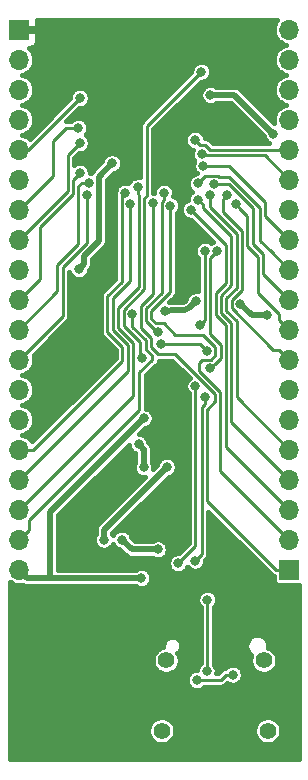
<source format=gbl>
G04 #@! TF.GenerationSoftware,KiCad,Pcbnew,(5.1.4-0-10_14)*
G04 #@! TF.CreationDate,2019-11-09T17:54:15-08:00*
G04 #@! TF.ProjectId,esp32-generic-board,65737033-322d-4676-956e-657269632d62,rev?*
G04 #@! TF.SameCoordinates,Original*
G04 #@! TF.FileFunction,Copper,L2,Bot*
G04 #@! TF.FilePolarity,Positive*
%FSLAX46Y46*%
G04 Gerber Fmt 4.6, Leading zero omitted, Abs format (unit mm)*
G04 Created by KiCad (PCBNEW (5.1.4-0-10_14)) date 2019-11-09 17:54:15*
%MOMM*%
%LPD*%
G04 APERTURE LIST*
%ADD10R,1.700000X1.700000*%
%ADD11O,1.700000X1.700000*%
%ADD12C,1.400000*%
%ADD13C,0.800000*%
%ADD14C,0.508000*%
%ADD15C,0.254000*%
%ADD16C,0.381000*%
G04 APERTURE END LIST*
D10*
X1270000Y-1270000D03*
D11*
X1270000Y-3810000D03*
X1270000Y-6350000D03*
X1270000Y-8890000D03*
X1270000Y-11430000D03*
X1270000Y-13970000D03*
X1270000Y-16510000D03*
X1270000Y-19050000D03*
X1270000Y-21590000D03*
X1270000Y-24130000D03*
X1270000Y-26670000D03*
X1270000Y-29210000D03*
X1270000Y-31750000D03*
X1270000Y-34290000D03*
X1270000Y-36830000D03*
X1270000Y-39370000D03*
X1270000Y-41910000D03*
X1270000Y-44450000D03*
X1270000Y-46990000D03*
D12*
X13713500Y-54675000D03*
X21973500Y-54675000D03*
X22333500Y-60625000D03*
X13353500Y-60625000D03*
D11*
X24130000Y-1270000D03*
X24130000Y-3810000D03*
X24130000Y-6350000D03*
X24130000Y-8890000D03*
X24130000Y-11430000D03*
X24130000Y-13970000D03*
X24130000Y-16510000D03*
X24130000Y-19050000D03*
X24130000Y-21590000D03*
X24130000Y-24130000D03*
X24130000Y-26670000D03*
X24130000Y-29210000D03*
X24130000Y-31750000D03*
X24130000Y-34290000D03*
X24130000Y-36830000D03*
X24130000Y-39370000D03*
X24130000Y-41910000D03*
X24130000Y-44450000D03*
D10*
X24130000Y-46990000D03*
D13*
X8445500Y-44450000D03*
X13779500Y-38290500D03*
X6350000Y-21526500D03*
X9144000Y-12573000D03*
X17462500Y-6794500D03*
X22797185Y-10096566D03*
X22225000Y-25463500D03*
X20002500Y-24511000D03*
X16256000Y-24257000D03*
X13589000Y-25082500D03*
X19367500Y-55880000D03*
X16319500Y-56324500D03*
X11620500Y-47688500D03*
X11811000Y-34163000D03*
X11811000Y-34163000D03*
X3365500Y-32829500D03*
X6096000Y-25654000D03*
X6413500Y-7048500D03*
X6286500Y-9588500D03*
X6413500Y-10858500D03*
X6413500Y-13398500D03*
X7154227Y-14206931D03*
X7026171Y-15250181D03*
X10252010Y-15073367D03*
X10706021Y-16050219D03*
X11303000Y-14605000D03*
X16700500Y-4826000D03*
X16161002Y-10603599D03*
X13538331Y-15095004D03*
X13018705Y-26854012D03*
X16733804Y-11786972D03*
X16863862Y-12778490D03*
X16383000Y-14287500D03*
X17743115Y-14357577D03*
X19599996Y-16024779D03*
X18910711Y-15297769D03*
X17413142Y-15301580D03*
X16413160Y-15651160D03*
X15811500Y-16510000D03*
X14090511Y-16165830D03*
X12614043Y-15938500D03*
X13017500Y-45275500D03*
X9969500Y-44450000D03*
X11807213Y-38321630D03*
X11385176Y-36341427D03*
X14973300Y-23863300D03*
X9283491Y-28575000D03*
X12672190Y-30152210D03*
X10845966Y-25365629D03*
X14738489Y-46438963D03*
X17208500Y-49530000D03*
X17145000Y-55597490D03*
X16192500Y-46228000D03*
X16989490Y-32387127D03*
X16188974Y-31444654D03*
X17145470Y-28496849D03*
X13249064Y-27900410D03*
X17452980Y-29950861D03*
X18056435Y-20004576D03*
X16573500Y-26289000D03*
X17018000Y-20002500D03*
X11645525Y-29058526D03*
D14*
X8445500Y-43624500D02*
X13779500Y-38290500D01*
X8445500Y-44450000D02*
X8445500Y-43624500D01*
X8008228Y-13708772D02*
X9144000Y-12573000D01*
X8008228Y-19172148D02*
X8008228Y-13708772D01*
X19495119Y-6794500D02*
X22797185Y-10096566D01*
X17462500Y-6794500D02*
X19495119Y-6794500D01*
X6749999Y-20430377D02*
X8008228Y-19172148D01*
X6749999Y-21126501D02*
X6749999Y-20430377D01*
X6350000Y-21526500D02*
X6749999Y-21126501D01*
X20955000Y-25463500D02*
X20002500Y-24511000D01*
X22225000Y-25463500D02*
X20955000Y-25463500D01*
X13589000Y-25082500D02*
X13589000Y-25082500D01*
X14478000Y-25019000D02*
X13620750Y-25050750D01*
X15240000Y-24980900D02*
X14478000Y-25019000D01*
X15659100Y-24866600D02*
X15240000Y-24980900D01*
X13620750Y-25050750D02*
X13589000Y-25082500D01*
X16256000Y-24257000D02*
X15659100Y-24866600D01*
D15*
X18357315Y-56324500D02*
X16319500Y-56324500D01*
X18801815Y-55880000D02*
X18357315Y-56324500D01*
X19367500Y-55880000D02*
X18801815Y-55880000D01*
D14*
X1968500Y-47688500D02*
X1270000Y-46990000D01*
X11620500Y-47688500D02*
X3873500Y-47688500D01*
X3873500Y-42100500D02*
X11811000Y-34163000D01*
X3873500Y-47688500D02*
X3873500Y-42100500D01*
X3873500Y-47688500D02*
X1968500Y-47688500D01*
X3765499Y-32429501D02*
X3765499Y-27984501D01*
X3365500Y-32829500D02*
X3765499Y-32429501D01*
X3765499Y-27984501D02*
X6096000Y-25654000D01*
X6096000Y-25654000D02*
X6495999Y-25254001D01*
X9398009Y-22351991D02*
X6096000Y-25654000D01*
X10096500Y-13964955D02*
X9398009Y-14663446D01*
X9398009Y-14663446D02*
X9398009Y-22351991D01*
D15*
X2032000Y-11430000D02*
X1270000Y-11430000D01*
X6413500Y-7048500D02*
X2032000Y-11430000D01*
X6286500Y-9588500D02*
X5270500Y-9588500D01*
X5270500Y-9588500D02*
X4127500Y-10731500D01*
X4127500Y-13652500D02*
X1270000Y-16510000D01*
X4127500Y-10731500D02*
X4127500Y-13652500D01*
X2119999Y-18200001D02*
X1270000Y-19050000D01*
X5391148Y-11880852D02*
X5391148Y-14928852D01*
X6413500Y-10858500D02*
X5391148Y-11880852D01*
X5391148Y-14928852D02*
X2119999Y-18200001D01*
X5845159Y-13966841D02*
X5845159Y-15157663D01*
X3048000Y-22352000D02*
X2119999Y-23280001D01*
X5845159Y-15157663D02*
X3048000Y-17954822D01*
X3048000Y-17954822D02*
X3048000Y-22352000D01*
X6413500Y-13398500D02*
X5845159Y-13966841D01*
X2119999Y-23280001D02*
X1270000Y-24130000D01*
X4514537Y-21202099D02*
X6299170Y-19417466D01*
X4514537Y-23425463D02*
X4514537Y-21202099D01*
X6299170Y-19417466D02*
X6299170Y-14496303D01*
X6588542Y-14206931D02*
X7154227Y-14206931D01*
X1270000Y-26670000D02*
X4514537Y-23425463D01*
X6299170Y-14496303D02*
X6588542Y-14206931D01*
X4968548Y-21390156D02*
X7026171Y-19332533D01*
X4968548Y-25511452D02*
X4968548Y-21390156D01*
X1270000Y-29210000D02*
X4968548Y-25511452D01*
X7026171Y-19332533D02*
X7026171Y-15815866D01*
X7026171Y-15815866D02*
X7026171Y-15250181D01*
X12026987Y-24862981D02*
X12026987Y-25937019D01*
X13363510Y-23526458D02*
X12026987Y-24862981D01*
X13363510Y-15835510D02*
X13363510Y-23526458D01*
X13538331Y-15095004D02*
X13538331Y-15660689D01*
X12026987Y-25937019D02*
X12943980Y-26854012D01*
X12943980Y-26854012D02*
X13018705Y-26854012D01*
X13538331Y-15660689D02*
X13363510Y-15835510D01*
X16561001Y-11003598D02*
X16161002Y-10603599D01*
X16991182Y-11003598D02*
X16561001Y-11003598D01*
X17417584Y-11430000D02*
X16991182Y-11003598D01*
X24130000Y-11430000D02*
X17417584Y-11430000D01*
X16838651Y-11891819D02*
X16733804Y-11786972D01*
X24130000Y-13970000D02*
X22051819Y-11891819D01*
X22051819Y-11891819D02*
X16838651Y-11891819D01*
X22126532Y-15882328D02*
X19022694Y-12778490D01*
X24130000Y-19050000D02*
X22126532Y-17046532D01*
X17429547Y-12778490D02*
X16863862Y-12778490D01*
X22126532Y-17046532D02*
X22126532Y-15882328D01*
X19022694Y-12778490D02*
X17429547Y-12778490D01*
D14*
X10795000Y-45275500D02*
X9969500Y-44450000D01*
X13017500Y-45275500D02*
X10795000Y-45275500D01*
X11807213Y-38321630D02*
X11807213Y-36763464D01*
X11807213Y-36763464D02*
X11785175Y-36741426D01*
X11785175Y-36741426D02*
X11385176Y-36341427D01*
X9017000Y-28575000D02*
X9283491Y-28575000D01*
X6096000Y-25654000D02*
X9017000Y-28575000D01*
D15*
X2472081Y-36830000D02*
X10010501Y-29291580D01*
X9979011Y-15346366D02*
X10252010Y-15073367D01*
X10010501Y-28132112D02*
X8756932Y-26878543D01*
X10010501Y-29291580D02*
X10010501Y-28132112D01*
X1270000Y-36830000D02*
X2472081Y-36830000D01*
X8756932Y-26878543D02*
X8756933Y-23814740D01*
X8756933Y-23814740D02*
X9979011Y-22592662D01*
X9979011Y-22592662D02*
X9979011Y-15346366D01*
X1270000Y-39370000D02*
X10464512Y-30175488D01*
X10706021Y-22507720D02*
X10706021Y-16615904D01*
X10706021Y-16615904D02*
X10706021Y-16050219D01*
X10464512Y-30175488D02*
X10464512Y-27944055D01*
X9210943Y-26690486D02*
X9210943Y-24002798D01*
X9210943Y-24002798D02*
X10706021Y-22507720D01*
X10464512Y-27944055D02*
X9210943Y-26690486D01*
X11433022Y-15300707D02*
X11433022Y-23060541D01*
X9664953Y-24828610D02*
X9664954Y-26502429D01*
X11303000Y-14605000D02*
X11303000Y-15170685D01*
X11303000Y-15170685D02*
X11433022Y-15300707D01*
X10918523Y-32261477D02*
X2119999Y-41060001D01*
X11433022Y-23060541D02*
X9664953Y-24828610D01*
X2119999Y-41060001D02*
X1270000Y-41910000D01*
X9664954Y-26502429D02*
X10918523Y-27755998D01*
X10918523Y-27755998D02*
X10918523Y-32261477D01*
X2119999Y-42778037D02*
X2119999Y-43600001D01*
X11457168Y-33440868D02*
X2119999Y-42778037D01*
X11457168Y-30275032D02*
X11457168Y-33440868D01*
X12004544Y-28341574D02*
X12558999Y-28896029D01*
X2119999Y-43600001D02*
X1270000Y-44450000D01*
X12508199Y-29224001D02*
X11457168Y-30275032D01*
X12004544Y-27557883D02*
X12004544Y-28341574D01*
X12558999Y-28896029D02*
X12558999Y-29224001D01*
X10845966Y-26399305D02*
X12004544Y-27557883D01*
X12558999Y-29224001D02*
X12508199Y-29224001D01*
X10845966Y-25365629D02*
X10845966Y-26399305D01*
X19025223Y-13731976D02*
X21637552Y-16344305D01*
X18193476Y-13731976D02*
X19025223Y-13731976D01*
X21637552Y-17640590D02*
X21653500Y-19177000D01*
X16383000Y-14287500D02*
X17039924Y-13630576D01*
X22571001Y-20031001D02*
X24130000Y-21590000D01*
X21653500Y-19177000D02*
X22571001Y-20031001D01*
X18092076Y-13630576D02*
X18193476Y-13731976D01*
X21637552Y-16344305D02*
X21637552Y-17640590D01*
X17039924Y-13630576D02*
X18092076Y-13630576D01*
X24130000Y-24130000D02*
X21945542Y-21945542D01*
X21945542Y-21945542D02*
X21945542Y-20291004D01*
X21053499Y-19398961D02*
X21053499Y-16402320D01*
X21945542Y-20291004D02*
X21053499Y-19398961D01*
X21053499Y-16402320D02*
X19008756Y-14357577D01*
X19008756Y-14357577D02*
X18308800Y-14357577D01*
X18308800Y-14357577D02*
X17743115Y-14357577D01*
X20599488Y-19587018D02*
X20599488Y-17024271D01*
X23280001Y-25379039D02*
X21491531Y-23590569D01*
X21491531Y-20479061D02*
X20599488Y-19587018D01*
X23280001Y-25820001D02*
X23280001Y-25379039D01*
X24130000Y-26670000D02*
X23280001Y-25820001D01*
X21491531Y-23590569D02*
X21491531Y-20479061D01*
X19999995Y-16424778D02*
X19599996Y-16024779D01*
X20599488Y-17024271D02*
X19999995Y-16424778D01*
X24130000Y-29210000D02*
X23280001Y-28360001D01*
X20145478Y-18346275D02*
X18510712Y-16711507D01*
X23280001Y-28360001D02*
X22775537Y-28360001D01*
X18510712Y-16711507D02*
X18510712Y-15697768D01*
X20145478Y-23292058D02*
X20145478Y-18346275D01*
X19275498Y-24859962D02*
X19275498Y-24162038D01*
X18510712Y-15697768D02*
X18910711Y-15297769D01*
X19275498Y-24162038D02*
X20145478Y-23292058D01*
X22775537Y-28360001D02*
X19275498Y-24859962D01*
X24130000Y-36830000D02*
X19691467Y-32391467D01*
X19691467Y-25917999D02*
X18821487Y-25048019D01*
X19691467Y-23104001D02*
X19691467Y-18534332D01*
X19691467Y-18534332D02*
X17413142Y-16256007D01*
X17413142Y-15867265D02*
X17413142Y-15301580D01*
X17413142Y-16256007D02*
X17413142Y-15867265D01*
X19691467Y-32391467D02*
X19691467Y-25917999D01*
X18821487Y-25048019D02*
X18821488Y-23973980D01*
X18821488Y-23973980D02*
X19691467Y-23104001D01*
X18367478Y-23785924D02*
X18367477Y-25236077D01*
X18367477Y-25236077D02*
X19237456Y-26106058D01*
X16813159Y-16051159D02*
X16813159Y-16326278D01*
X19237456Y-26106058D02*
X19237456Y-34477456D01*
X16413160Y-15651160D02*
X16813159Y-16051159D01*
X19237456Y-34477456D02*
X23280001Y-38520001D01*
X16813159Y-16326278D02*
X19237456Y-18750575D01*
X19237456Y-18750575D02*
X19237456Y-22915944D01*
X19237456Y-22915944D02*
X18367478Y-23785924D01*
X23280001Y-38520001D02*
X24130000Y-39370000D01*
X17913468Y-23597868D02*
X17913467Y-25424134D01*
X18783445Y-26294114D02*
X18783445Y-36563445D01*
X17913467Y-25424134D02*
X18783445Y-26294114D01*
X23280001Y-41060001D02*
X24130000Y-41910000D01*
X18783445Y-19481945D02*
X18783445Y-22727889D01*
X15811500Y-16510000D02*
X18783445Y-19481945D01*
X18783445Y-22727889D02*
X17913468Y-23597868D01*
X18783445Y-36563445D02*
X23280001Y-41060001D01*
X16796508Y-29223851D02*
X17494432Y-29223851D01*
X12480998Y-25748962D02*
X12480998Y-25051038D01*
X12859038Y-26127002D02*
X12480998Y-25748962D01*
X12480998Y-25051038D02*
X14090511Y-23441525D01*
X17872472Y-28845811D02*
X17872472Y-28147887D01*
X14509461Y-27079501D02*
X13556962Y-26127002D01*
X14090511Y-23441525D02*
X14090511Y-16731515D01*
X16544998Y-29475361D02*
X16796508Y-29223851D01*
X17872472Y-28147887D02*
X16804086Y-27079501D01*
X16544998Y-30130462D02*
X16544998Y-29475361D01*
X18326013Y-31911477D02*
X16544998Y-30130462D01*
X13556962Y-26127002D02*
X12859038Y-26127002D01*
X18326013Y-38646013D02*
X18326013Y-31911477D01*
X24130000Y-44450000D02*
X18326013Y-38646013D01*
X14090511Y-16731515D02*
X14090511Y-16165830D01*
X16804086Y-27079501D02*
X14509461Y-27079501D01*
X17494432Y-29223851D02*
X17872472Y-28845811D01*
X12614043Y-23633857D02*
X12614043Y-16504185D01*
X17178923Y-33427041D02*
X17872002Y-32733962D01*
X24130000Y-46990000D02*
X23026000Y-46990000D01*
X14480439Y-28707971D02*
X13013009Y-28707971D01*
X12614043Y-16504185D02*
X12614043Y-15938500D01*
X11572976Y-24674924D02*
X12614043Y-23633857D01*
X11572976Y-26484247D02*
X11572976Y-24674924D01*
X23026000Y-46990000D02*
X17178923Y-41142923D01*
X17872002Y-32099534D02*
X14480439Y-28707971D01*
X12458555Y-27369826D02*
X11572976Y-26484247D01*
X13013009Y-28707971D02*
X12458555Y-28153517D01*
X17872002Y-32733962D02*
X17872002Y-32099534D01*
X12458555Y-28153517D02*
X12458555Y-27369826D01*
X17178923Y-41142923D02*
X17178923Y-33427041D01*
X17208500Y-55533990D02*
X17145000Y-55597490D01*
X17208500Y-49530000D02*
X17208500Y-55533990D01*
X16724912Y-33217390D02*
X16989490Y-32952812D01*
X16192500Y-46228000D02*
X16724912Y-45695588D01*
X16724912Y-45695588D02*
X16724912Y-33217390D01*
X16989490Y-32952812D02*
X16989490Y-32387127D01*
X16188974Y-32010339D02*
X16188974Y-31444654D01*
X14738489Y-46438963D02*
X16188974Y-44988478D01*
X16188974Y-44988478D02*
X16188974Y-32010339D01*
X17145470Y-28496849D02*
X16549031Y-27900410D01*
X16549031Y-27900410D02*
X13814749Y-27900410D01*
X13814749Y-27900410D02*
X13249064Y-27900410D01*
X17459457Y-27058751D02*
X18326483Y-27925777D01*
X17459457Y-20601554D02*
X17459457Y-27058751D01*
X18056435Y-20004576D02*
X17459457Y-20601554D01*
X17852979Y-29550862D02*
X17452980Y-29950861D01*
X18326483Y-29077358D02*
X17852979Y-29550862D01*
X18326483Y-27925777D02*
X18326483Y-29077358D01*
X16987183Y-20033317D02*
X17018000Y-20002500D01*
X16573500Y-26289000D02*
X16987183Y-25875317D01*
X16987183Y-25875317D02*
X16987183Y-20033317D01*
X11887033Y-15513201D02*
X11887033Y-23248598D01*
X12065000Y-9461500D02*
X12065000Y-15335234D01*
X10118964Y-25016667D02*
X10118964Y-26314371D01*
X16700500Y-4826000D02*
X12065000Y-9461500D01*
X11887033Y-23248598D02*
X10118964Y-25016667D01*
X11550533Y-27745940D02*
X11550533Y-28963534D01*
X11550533Y-28963534D02*
X11645525Y-29058526D01*
X10118964Y-26314371D02*
X11550533Y-27745940D01*
X12065000Y-15335234D02*
X11887033Y-15513201D01*
D16*
G36*
X15711959Y-30747714D02*
G01*
X15650637Y-30788688D01*
X15533008Y-30906317D01*
X15440588Y-31044633D01*
X15376928Y-31198322D01*
X15344474Y-31361478D01*
X15344474Y-31527830D01*
X15376928Y-31690986D01*
X15440588Y-31844675D01*
X15533008Y-31982991D01*
X15617475Y-32067458D01*
X15617474Y-44751755D01*
X14774767Y-45594463D01*
X14655313Y-45594463D01*
X14492157Y-45626917D01*
X14338468Y-45690577D01*
X14200152Y-45782997D01*
X14082523Y-45900626D01*
X13990103Y-46038942D01*
X13926443Y-46192631D01*
X13893989Y-46355787D01*
X13893989Y-46522139D01*
X13926443Y-46685295D01*
X13990103Y-46838984D01*
X14082523Y-46977300D01*
X14200152Y-47094929D01*
X14338468Y-47187349D01*
X14492157Y-47251009D01*
X14655313Y-47283463D01*
X14821665Y-47283463D01*
X14984821Y-47251009D01*
X15138510Y-47187349D01*
X15276826Y-47094929D01*
X15394455Y-46977300D01*
X15486875Y-46838984D01*
X15524455Y-46748259D01*
X15536534Y-46766337D01*
X15654163Y-46883966D01*
X15792479Y-46976386D01*
X15946168Y-47040046D01*
X16109324Y-47072500D01*
X16275676Y-47072500D01*
X16438832Y-47040046D01*
X16592521Y-46976386D01*
X16730837Y-46883966D01*
X16848466Y-46766337D01*
X16940886Y-46628021D01*
X17004546Y-46474332D01*
X17037000Y-46311176D01*
X17037000Y-46191723D01*
X17109170Y-46119553D01*
X17130979Y-46101655D01*
X17202396Y-46014633D01*
X17255464Y-45915350D01*
X17288143Y-45807622D01*
X17296412Y-45723662D01*
X17296412Y-45723661D01*
X17299177Y-45695589D01*
X17296412Y-45667517D01*
X17296412Y-42068634D01*
X22602034Y-47374257D01*
X22619933Y-47396067D01*
X22697413Y-47459653D01*
X22706955Y-47467484D01*
X22806238Y-47520552D01*
X22833350Y-47528776D01*
X22833350Y-47840000D01*
X22841932Y-47927137D01*
X22867349Y-48010926D01*
X22908624Y-48088145D01*
X22964171Y-48155829D01*
X23031855Y-48211376D01*
X23109074Y-48252651D01*
X23192863Y-48278068D01*
X23280000Y-48286650D01*
X24930501Y-48286650D01*
X24930501Y-63030500D01*
X469500Y-63030500D01*
X469500Y-60512277D01*
X12209000Y-60512277D01*
X12209000Y-60737723D01*
X12252982Y-60958838D01*
X12339257Y-61167124D01*
X12464509Y-61354576D01*
X12623924Y-61513991D01*
X12811376Y-61639243D01*
X13019662Y-61725518D01*
X13240777Y-61769500D01*
X13466223Y-61769500D01*
X13687338Y-61725518D01*
X13895624Y-61639243D01*
X14083076Y-61513991D01*
X14242491Y-61354576D01*
X14367743Y-61167124D01*
X14454018Y-60958838D01*
X14498000Y-60737723D01*
X14498000Y-60512277D01*
X21189000Y-60512277D01*
X21189000Y-60737723D01*
X21232982Y-60958838D01*
X21319257Y-61167124D01*
X21444509Y-61354576D01*
X21603924Y-61513991D01*
X21791376Y-61639243D01*
X21999662Y-61725518D01*
X22220777Y-61769500D01*
X22446223Y-61769500D01*
X22667338Y-61725518D01*
X22875624Y-61639243D01*
X23063076Y-61513991D01*
X23222491Y-61354576D01*
X23347743Y-61167124D01*
X23434018Y-60958838D01*
X23478000Y-60737723D01*
X23478000Y-60512277D01*
X23434018Y-60291162D01*
X23347743Y-60082876D01*
X23222491Y-59895424D01*
X23063076Y-59736009D01*
X22875624Y-59610757D01*
X22667338Y-59524482D01*
X22446223Y-59480500D01*
X22220777Y-59480500D01*
X21999662Y-59524482D01*
X21791376Y-59610757D01*
X21603924Y-59736009D01*
X21444509Y-59895424D01*
X21319257Y-60082876D01*
X21232982Y-60291162D01*
X21189000Y-60512277D01*
X14498000Y-60512277D01*
X14454018Y-60291162D01*
X14367743Y-60082876D01*
X14242491Y-59895424D01*
X14083076Y-59736009D01*
X13895624Y-59610757D01*
X13687338Y-59524482D01*
X13466223Y-59480500D01*
X13240777Y-59480500D01*
X13019662Y-59524482D01*
X12811376Y-59610757D01*
X12623924Y-59736009D01*
X12464509Y-59895424D01*
X12339257Y-60082876D01*
X12252982Y-60291162D01*
X12209000Y-60512277D01*
X469500Y-60512277D01*
X469500Y-56241324D01*
X15475000Y-56241324D01*
X15475000Y-56407676D01*
X15507454Y-56570832D01*
X15571114Y-56724521D01*
X15663534Y-56862837D01*
X15781163Y-56980466D01*
X15919479Y-57072886D01*
X16073168Y-57136546D01*
X16236324Y-57169000D01*
X16402676Y-57169000D01*
X16565832Y-57136546D01*
X16719521Y-57072886D01*
X16857837Y-56980466D01*
X16942303Y-56896000D01*
X18329241Y-56896000D01*
X18357315Y-56898765D01*
X18385389Y-56896000D01*
X18469349Y-56887731D01*
X18577077Y-56855052D01*
X18676360Y-56801984D01*
X18763382Y-56730567D01*
X18781285Y-56708752D01*
X18904040Y-56585997D01*
X18967479Y-56628386D01*
X19121168Y-56692046D01*
X19284324Y-56724500D01*
X19450676Y-56724500D01*
X19613832Y-56692046D01*
X19767521Y-56628386D01*
X19905837Y-56535966D01*
X20023466Y-56418337D01*
X20115886Y-56280021D01*
X20179546Y-56126332D01*
X20212000Y-55963176D01*
X20212000Y-55796824D01*
X20179546Y-55633668D01*
X20115886Y-55479979D01*
X20023466Y-55341663D01*
X19905837Y-55224034D01*
X19767521Y-55131614D01*
X19613832Y-55067954D01*
X19450676Y-55035500D01*
X19284324Y-55035500D01*
X19121168Y-55067954D01*
X18967479Y-55131614D01*
X18829163Y-55224034D01*
X18741524Y-55311673D01*
X18689781Y-55316769D01*
X18582053Y-55349448D01*
X18482770Y-55402516D01*
X18395748Y-55473933D01*
X18377849Y-55495743D01*
X18120593Y-55753000D01*
X17975112Y-55753000D01*
X17989500Y-55680666D01*
X17989500Y-55514314D01*
X17957046Y-55351158D01*
X17893386Y-55197469D01*
X17800966Y-55059153D01*
X17780000Y-55038187D01*
X17780000Y-53334437D01*
X20524000Y-53334437D01*
X20524000Y-53515563D01*
X20559336Y-53693208D01*
X20628650Y-53860547D01*
X20729278Y-54011147D01*
X20857353Y-54139222D01*
X20935108Y-54191176D01*
X20872982Y-54341162D01*
X20829000Y-54562277D01*
X20829000Y-54787723D01*
X20872982Y-55008838D01*
X20959257Y-55217124D01*
X21084509Y-55404576D01*
X21243924Y-55563991D01*
X21431376Y-55689243D01*
X21639662Y-55775518D01*
X21860777Y-55819500D01*
X22086223Y-55819500D01*
X22307338Y-55775518D01*
X22515624Y-55689243D01*
X22703076Y-55563991D01*
X22862491Y-55404576D01*
X22987743Y-55217124D01*
X23074018Y-55008838D01*
X23118000Y-54787723D01*
X23118000Y-54562277D01*
X23074018Y-54341162D01*
X22987743Y-54132876D01*
X22862491Y-53945424D01*
X22703076Y-53786009D01*
X22515624Y-53660757D01*
X22347935Y-53591298D01*
X22363000Y-53515563D01*
X22363000Y-53334437D01*
X22327664Y-53156792D01*
X22258350Y-52989453D01*
X22157722Y-52838853D01*
X22029647Y-52710778D01*
X21879047Y-52610150D01*
X21711708Y-52540836D01*
X21534063Y-52505500D01*
X21352937Y-52505500D01*
X21175292Y-52540836D01*
X21007953Y-52610150D01*
X20857353Y-52710778D01*
X20729278Y-52838853D01*
X20628650Y-52989453D01*
X20559336Y-53156792D01*
X20524000Y-53334437D01*
X17780000Y-53334437D01*
X17780000Y-50152803D01*
X17864466Y-50068337D01*
X17956886Y-49930021D01*
X18020546Y-49776332D01*
X18053000Y-49613176D01*
X18053000Y-49446824D01*
X18020546Y-49283668D01*
X17956886Y-49129979D01*
X17864466Y-48991663D01*
X17746837Y-48874034D01*
X17608521Y-48781614D01*
X17454832Y-48717954D01*
X17291676Y-48685500D01*
X17125324Y-48685500D01*
X16962168Y-48717954D01*
X16808479Y-48781614D01*
X16670163Y-48874034D01*
X16552534Y-48991663D01*
X16460114Y-49129979D01*
X16396454Y-49283668D01*
X16364000Y-49446824D01*
X16364000Y-49613176D01*
X16396454Y-49776332D01*
X16460114Y-49930021D01*
X16552534Y-50068337D01*
X16637000Y-50152803D01*
X16637001Y-54921253D01*
X16606663Y-54941524D01*
X16489034Y-55059153D01*
X16396614Y-55197469D01*
X16332954Y-55351158D01*
X16307326Y-55480000D01*
X16236324Y-55480000D01*
X16073168Y-55512454D01*
X15919479Y-55576114D01*
X15781163Y-55668534D01*
X15663534Y-55786163D01*
X15571114Y-55924479D01*
X15507454Y-56078168D01*
X15475000Y-56241324D01*
X469500Y-56241324D01*
X469500Y-54562277D01*
X12569000Y-54562277D01*
X12569000Y-54787723D01*
X12612982Y-55008838D01*
X12699257Y-55217124D01*
X12824509Y-55404576D01*
X12983924Y-55563991D01*
X13171376Y-55689243D01*
X13379662Y-55775518D01*
X13600777Y-55819500D01*
X13826223Y-55819500D01*
X14047338Y-55775518D01*
X14255624Y-55689243D01*
X14443076Y-55563991D01*
X14602491Y-55404576D01*
X14727743Y-55217124D01*
X14814018Y-55008838D01*
X14858000Y-54787723D01*
X14858000Y-54562277D01*
X14814018Y-54341162D01*
X14727743Y-54132876D01*
X14678792Y-54059616D01*
X14734027Y-54022709D01*
X14841209Y-53915527D01*
X14925422Y-53789495D01*
X14983428Y-53649455D01*
X15013000Y-53500789D01*
X15013000Y-53349211D01*
X14983428Y-53200545D01*
X14925422Y-53060505D01*
X14841209Y-52934473D01*
X14734027Y-52827291D01*
X14607995Y-52743078D01*
X14467955Y-52685072D01*
X14319289Y-52655500D01*
X14167711Y-52655500D01*
X14019045Y-52685072D01*
X13879005Y-52743078D01*
X13752973Y-52827291D01*
X13645791Y-52934473D01*
X13561578Y-53060505D01*
X13503572Y-53200545D01*
X13474000Y-53349211D01*
X13474000Y-53500789D01*
X13484510Y-53553627D01*
X13379662Y-53574482D01*
X13171376Y-53660757D01*
X12983924Y-53786009D01*
X12824509Y-53945424D01*
X12699257Y-54132876D01*
X12612982Y-54341162D01*
X12569000Y-54562277D01*
X469500Y-54562277D01*
X469500Y-48007667D01*
X547335Y-48071545D01*
X772220Y-48191748D01*
X1016234Y-48265769D01*
X1206411Y-48284500D01*
X1333589Y-48284500D01*
X1523766Y-48265769D01*
X1558145Y-48255340D01*
X1578556Y-48272091D01*
X1699901Y-48336951D01*
X1699903Y-48336952D01*
X1831570Y-48376893D01*
X1934191Y-48387000D01*
X1934201Y-48387000D01*
X1968499Y-48390378D01*
X2002797Y-48387000D01*
X3839191Y-48387000D01*
X3873500Y-48390379D01*
X3907808Y-48387000D01*
X11145819Y-48387000D01*
X11220479Y-48436886D01*
X11374168Y-48500546D01*
X11537324Y-48533000D01*
X11703676Y-48533000D01*
X11866832Y-48500546D01*
X12020521Y-48436886D01*
X12158837Y-48344466D01*
X12276466Y-48226837D01*
X12368886Y-48088521D01*
X12432546Y-47934832D01*
X12465000Y-47771676D01*
X12465000Y-47605324D01*
X12432546Y-47442168D01*
X12368886Y-47288479D01*
X12276466Y-47150163D01*
X12158837Y-47032534D01*
X12020521Y-46940114D01*
X11866832Y-46876454D01*
X11703676Y-46844000D01*
X11537324Y-46844000D01*
X11374168Y-46876454D01*
X11220479Y-46940114D01*
X11145819Y-46990000D01*
X4572000Y-46990000D01*
X4572000Y-42389827D01*
X10540676Y-36421153D01*
X10540676Y-36424603D01*
X10573130Y-36587759D01*
X10636790Y-36741448D01*
X10729210Y-36879764D01*
X10846839Y-36997393D01*
X10985155Y-37089813D01*
X11108714Y-37140993D01*
X11108713Y-37846949D01*
X11058827Y-37921609D01*
X10995167Y-38075298D01*
X10962713Y-38238454D01*
X10962713Y-38404806D01*
X10995167Y-38567962D01*
X11058827Y-38721651D01*
X11151247Y-38859967D01*
X11268876Y-38977596D01*
X11407192Y-39070016D01*
X11560881Y-39133676D01*
X11724037Y-39166130D01*
X11890389Y-39166130D01*
X11922411Y-39159760D01*
X7975844Y-43106329D01*
X7949198Y-43128197D01*
X7927330Y-43154843D01*
X7927326Y-43154847D01*
X7861909Y-43234557D01*
X7797049Y-43355902D01*
X7797049Y-43355903D01*
X7757108Y-43487570D01*
X7747000Y-43590191D01*
X7747000Y-43590202D01*
X7743622Y-43624500D01*
X7747000Y-43658798D01*
X7747000Y-43975319D01*
X7697114Y-44049979D01*
X7633454Y-44203668D01*
X7601000Y-44366824D01*
X7601000Y-44533176D01*
X7633454Y-44696332D01*
X7697114Y-44850021D01*
X7789534Y-44988337D01*
X7907163Y-45105966D01*
X8045479Y-45198386D01*
X8199168Y-45262046D01*
X8362324Y-45294500D01*
X8528676Y-45294500D01*
X8691832Y-45262046D01*
X8845521Y-45198386D01*
X8983837Y-45105966D01*
X9101466Y-44988337D01*
X9193886Y-44850021D01*
X9207500Y-44817154D01*
X9221114Y-44850021D01*
X9313534Y-44988337D01*
X9431163Y-45105966D01*
X9569479Y-45198386D01*
X9723168Y-45262046D01*
X9811236Y-45279564D01*
X10276833Y-45745162D01*
X10298697Y-45771803D01*
X10325337Y-45793666D01*
X10325345Y-45793674D01*
X10405056Y-45859091D01*
X10510308Y-45915349D01*
X10526403Y-45923952D01*
X10658070Y-45963893D01*
X10760691Y-45974000D01*
X10760701Y-45974000D01*
X10794999Y-45977378D01*
X10829297Y-45974000D01*
X12542819Y-45974000D01*
X12617479Y-46023886D01*
X12771168Y-46087546D01*
X12934324Y-46120000D01*
X13100676Y-46120000D01*
X13263832Y-46087546D01*
X13417521Y-46023886D01*
X13555837Y-45931466D01*
X13673466Y-45813837D01*
X13765886Y-45675521D01*
X13829546Y-45521832D01*
X13862000Y-45358676D01*
X13862000Y-45192324D01*
X13829546Y-45029168D01*
X13765886Y-44875479D01*
X13673466Y-44737163D01*
X13555837Y-44619534D01*
X13417521Y-44527114D01*
X13263832Y-44463454D01*
X13100676Y-44431000D01*
X12934324Y-44431000D01*
X12771168Y-44463454D01*
X12617479Y-44527114D01*
X12542819Y-44577000D01*
X11084328Y-44577000D01*
X10799064Y-44291736D01*
X10781546Y-44203668D01*
X10717886Y-44049979D01*
X10625466Y-43911663D01*
X10507837Y-43794034D01*
X10369521Y-43701614D01*
X10215832Y-43637954D01*
X10052676Y-43605500D01*
X9886324Y-43605500D01*
X9723168Y-43637954D01*
X9569479Y-43701614D01*
X9431163Y-43794034D01*
X9313534Y-43911663D01*
X9221114Y-44049979D01*
X9207500Y-44082846D01*
X9193886Y-44049979D01*
X9144000Y-43975319D01*
X9144000Y-43913827D01*
X13937765Y-39120064D01*
X14025832Y-39102546D01*
X14179521Y-39038886D01*
X14317837Y-38946466D01*
X14435466Y-38828837D01*
X14527886Y-38690521D01*
X14591546Y-38536832D01*
X14624000Y-38373676D01*
X14624000Y-38207324D01*
X14591546Y-38044168D01*
X14527886Y-37890479D01*
X14435466Y-37752163D01*
X14317837Y-37634534D01*
X14179521Y-37542114D01*
X14025832Y-37478454D01*
X13862676Y-37446000D01*
X13696324Y-37446000D01*
X13533168Y-37478454D01*
X13379479Y-37542114D01*
X13241163Y-37634534D01*
X13123534Y-37752163D01*
X13031114Y-37890479D01*
X12967454Y-38044168D01*
X12949936Y-38132235D01*
X12645343Y-38436828D01*
X12651713Y-38404806D01*
X12651713Y-38238454D01*
X12619259Y-38075298D01*
X12555599Y-37921609D01*
X12505713Y-37846949D01*
X12505713Y-36797761D01*
X12509091Y-36763463D01*
X12505713Y-36729165D01*
X12505713Y-36729155D01*
X12495606Y-36626534D01*
X12455665Y-36494867D01*
X12390804Y-36373521D01*
X12303516Y-36267161D01*
X12276865Y-36245289D01*
X12214740Y-36183164D01*
X12197222Y-36095095D01*
X12133562Y-35941406D01*
X12041142Y-35803090D01*
X11923513Y-35685461D01*
X11785197Y-35593041D01*
X11631508Y-35529381D01*
X11468352Y-35496927D01*
X11464902Y-35496927D01*
X11969265Y-34992564D01*
X12057332Y-34975046D01*
X12211021Y-34911386D01*
X12349337Y-34818966D01*
X12466966Y-34701337D01*
X12559386Y-34563021D01*
X12623046Y-34409332D01*
X12655500Y-34246176D01*
X12655500Y-34079824D01*
X12623046Y-33916668D01*
X12559386Y-33762979D01*
X12466966Y-33624663D01*
X12349337Y-33507034D01*
X12211021Y-33414614D01*
X12057332Y-33350954D01*
X12028668Y-33345252D01*
X12028668Y-30511754D01*
X12794033Y-29746390D01*
X12878044Y-29701485D01*
X12965066Y-29630068D01*
X13036483Y-29543046D01*
X13089551Y-29443763D01*
X13099027Y-29412524D01*
X13122230Y-29336035D01*
X13127801Y-29279471D01*
X14243717Y-29279471D01*
X15711959Y-30747714D01*
X15711959Y-30747714D01*
G37*
X15711959Y-30747714D02*
X15650637Y-30788688D01*
X15533008Y-30906317D01*
X15440588Y-31044633D01*
X15376928Y-31198322D01*
X15344474Y-31361478D01*
X15344474Y-31527830D01*
X15376928Y-31690986D01*
X15440588Y-31844675D01*
X15533008Y-31982991D01*
X15617475Y-32067458D01*
X15617474Y-44751755D01*
X14774767Y-45594463D01*
X14655313Y-45594463D01*
X14492157Y-45626917D01*
X14338468Y-45690577D01*
X14200152Y-45782997D01*
X14082523Y-45900626D01*
X13990103Y-46038942D01*
X13926443Y-46192631D01*
X13893989Y-46355787D01*
X13893989Y-46522139D01*
X13926443Y-46685295D01*
X13990103Y-46838984D01*
X14082523Y-46977300D01*
X14200152Y-47094929D01*
X14338468Y-47187349D01*
X14492157Y-47251009D01*
X14655313Y-47283463D01*
X14821665Y-47283463D01*
X14984821Y-47251009D01*
X15138510Y-47187349D01*
X15276826Y-47094929D01*
X15394455Y-46977300D01*
X15486875Y-46838984D01*
X15524455Y-46748259D01*
X15536534Y-46766337D01*
X15654163Y-46883966D01*
X15792479Y-46976386D01*
X15946168Y-47040046D01*
X16109324Y-47072500D01*
X16275676Y-47072500D01*
X16438832Y-47040046D01*
X16592521Y-46976386D01*
X16730837Y-46883966D01*
X16848466Y-46766337D01*
X16940886Y-46628021D01*
X17004546Y-46474332D01*
X17037000Y-46311176D01*
X17037000Y-46191723D01*
X17109170Y-46119553D01*
X17130979Y-46101655D01*
X17202396Y-46014633D01*
X17255464Y-45915350D01*
X17288143Y-45807622D01*
X17296412Y-45723662D01*
X17296412Y-45723661D01*
X17299177Y-45695589D01*
X17296412Y-45667517D01*
X17296412Y-42068634D01*
X22602034Y-47374257D01*
X22619933Y-47396067D01*
X22697413Y-47459653D01*
X22706955Y-47467484D01*
X22806238Y-47520552D01*
X22833350Y-47528776D01*
X22833350Y-47840000D01*
X22841932Y-47927137D01*
X22867349Y-48010926D01*
X22908624Y-48088145D01*
X22964171Y-48155829D01*
X23031855Y-48211376D01*
X23109074Y-48252651D01*
X23192863Y-48278068D01*
X23280000Y-48286650D01*
X24930501Y-48286650D01*
X24930501Y-63030500D01*
X469500Y-63030500D01*
X469500Y-60512277D01*
X12209000Y-60512277D01*
X12209000Y-60737723D01*
X12252982Y-60958838D01*
X12339257Y-61167124D01*
X12464509Y-61354576D01*
X12623924Y-61513991D01*
X12811376Y-61639243D01*
X13019662Y-61725518D01*
X13240777Y-61769500D01*
X13466223Y-61769500D01*
X13687338Y-61725518D01*
X13895624Y-61639243D01*
X14083076Y-61513991D01*
X14242491Y-61354576D01*
X14367743Y-61167124D01*
X14454018Y-60958838D01*
X14498000Y-60737723D01*
X14498000Y-60512277D01*
X21189000Y-60512277D01*
X21189000Y-60737723D01*
X21232982Y-60958838D01*
X21319257Y-61167124D01*
X21444509Y-61354576D01*
X21603924Y-61513991D01*
X21791376Y-61639243D01*
X21999662Y-61725518D01*
X22220777Y-61769500D01*
X22446223Y-61769500D01*
X22667338Y-61725518D01*
X22875624Y-61639243D01*
X23063076Y-61513991D01*
X23222491Y-61354576D01*
X23347743Y-61167124D01*
X23434018Y-60958838D01*
X23478000Y-60737723D01*
X23478000Y-60512277D01*
X23434018Y-60291162D01*
X23347743Y-60082876D01*
X23222491Y-59895424D01*
X23063076Y-59736009D01*
X22875624Y-59610757D01*
X22667338Y-59524482D01*
X22446223Y-59480500D01*
X22220777Y-59480500D01*
X21999662Y-59524482D01*
X21791376Y-59610757D01*
X21603924Y-59736009D01*
X21444509Y-59895424D01*
X21319257Y-60082876D01*
X21232982Y-60291162D01*
X21189000Y-60512277D01*
X14498000Y-60512277D01*
X14454018Y-60291162D01*
X14367743Y-60082876D01*
X14242491Y-59895424D01*
X14083076Y-59736009D01*
X13895624Y-59610757D01*
X13687338Y-59524482D01*
X13466223Y-59480500D01*
X13240777Y-59480500D01*
X13019662Y-59524482D01*
X12811376Y-59610757D01*
X12623924Y-59736009D01*
X12464509Y-59895424D01*
X12339257Y-60082876D01*
X12252982Y-60291162D01*
X12209000Y-60512277D01*
X469500Y-60512277D01*
X469500Y-56241324D01*
X15475000Y-56241324D01*
X15475000Y-56407676D01*
X15507454Y-56570832D01*
X15571114Y-56724521D01*
X15663534Y-56862837D01*
X15781163Y-56980466D01*
X15919479Y-57072886D01*
X16073168Y-57136546D01*
X16236324Y-57169000D01*
X16402676Y-57169000D01*
X16565832Y-57136546D01*
X16719521Y-57072886D01*
X16857837Y-56980466D01*
X16942303Y-56896000D01*
X18329241Y-56896000D01*
X18357315Y-56898765D01*
X18385389Y-56896000D01*
X18469349Y-56887731D01*
X18577077Y-56855052D01*
X18676360Y-56801984D01*
X18763382Y-56730567D01*
X18781285Y-56708752D01*
X18904040Y-56585997D01*
X18967479Y-56628386D01*
X19121168Y-56692046D01*
X19284324Y-56724500D01*
X19450676Y-56724500D01*
X19613832Y-56692046D01*
X19767521Y-56628386D01*
X19905837Y-56535966D01*
X20023466Y-56418337D01*
X20115886Y-56280021D01*
X20179546Y-56126332D01*
X20212000Y-55963176D01*
X20212000Y-55796824D01*
X20179546Y-55633668D01*
X20115886Y-55479979D01*
X20023466Y-55341663D01*
X19905837Y-55224034D01*
X19767521Y-55131614D01*
X19613832Y-55067954D01*
X19450676Y-55035500D01*
X19284324Y-55035500D01*
X19121168Y-55067954D01*
X18967479Y-55131614D01*
X18829163Y-55224034D01*
X18741524Y-55311673D01*
X18689781Y-55316769D01*
X18582053Y-55349448D01*
X18482770Y-55402516D01*
X18395748Y-55473933D01*
X18377849Y-55495743D01*
X18120593Y-55753000D01*
X17975112Y-55753000D01*
X17989500Y-55680666D01*
X17989500Y-55514314D01*
X17957046Y-55351158D01*
X17893386Y-55197469D01*
X17800966Y-55059153D01*
X17780000Y-55038187D01*
X17780000Y-53334437D01*
X20524000Y-53334437D01*
X20524000Y-53515563D01*
X20559336Y-53693208D01*
X20628650Y-53860547D01*
X20729278Y-54011147D01*
X20857353Y-54139222D01*
X20935108Y-54191176D01*
X20872982Y-54341162D01*
X20829000Y-54562277D01*
X20829000Y-54787723D01*
X20872982Y-55008838D01*
X20959257Y-55217124D01*
X21084509Y-55404576D01*
X21243924Y-55563991D01*
X21431376Y-55689243D01*
X21639662Y-55775518D01*
X21860777Y-55819500D01*
X22086223Y-55819500D01*
X22307338Y-55775518D01*
X22515624Y-55689243D01*
X22703076Y-55563991D01*
X22862491Y-55404576D01*
X22987743Y-55217124D01*
X23074018Y-55008838D01*
X23118000Y-54787723D01*
X23118000Y-54562277D01*
X23074018Y-54341162D01*
X22987743Y-54132876D01*
X22862491Y-53945424D01*
X22703076Y-53786009D01*
X22515624Y-53660757D01*
X22347935Y-53591298D01*
X22363000Y-53515563D01*
X22363000Y-53334437D01*
X22327664Y-53156792D01*
X22258350Y-52989453D01*
X22157722Y-52838853D01*
X22029647Y-52710778D01*
X21879047Y-52610150D01*
X21711708Y-52540836D01*
X21534063Y-52505500D01*
X21352937Y-52505500D01*
X21175292Y-52540836D01*
X21007953Y-52610150D01*
X20857353Y-52710778D01*
X20729278Y-52838853D01*
X20628650Y-52989453D01*
X20559336Y-53156792D01*
X20524000Y-53334437D01*
X17780000Y-53334437D01*
X17780000Y-50152803D01*
X17864466Y-50068337D01*
X17956886Y-49930021D01*
X18020546Y-49776332D01*
X18053000Y-49613176D01*
X18053000Y-49446824D01*
X18020546Y-49283668D01*
X17956886Y-49129979D01*
X17864466Y-48991663D01*
X17746837Y-48874034D01*
X17608521Y-48781614D01*
X17454832Y-48717954D01*
X17291676Y-48685500D01*
X17125324Y-48685500D01*
X16962168Y-48717954D01*
X16808479Y-48781614D01*
X16670163Y-48874034D01*
X16552534Y-48991663D01*
X16460114Y-49129979D01*
X16396454Y-49283668D01*
X16364000Y-49446824D01*
X16364000Y-49613176D01*
X16396454Y-49776332D01*
X16460114Y-49930021D01*
X16552534Y-50068337D01*
X16637000Y-50152803D01*
X16637001Y-54921253D01*
X16606663Y-54941524D01*
X16489034Y-55059153D01*
X16396614Y-55197469D01*
X16332954Y-55351158D01*
X16307326Y-55480000D01*
X16236324Y-55480000D01*
X16073168Y-55512454D01*
X15919479Y-55576114D01*
X15781163Y-55668534D01*
X15663534Y-55786163D01*
X15571114Y-55924479D01*
X15507454Y-56078168D01*
X15475000Y-56241324D01*
X469500Y-56241324D01*
X469500Y-54562277D01*
X12569000Y-54562277D01*
X12569000Y-54787723D01*
X12612982Y-55008838D01*
X12699257Y-55217124D01*
X12824509Y-55404576D01*
X12983924Y-55563991D01*
X13171376Y-55689243D01*
X13379662Y-55775518D01*
X13600777Y-55819500D01*
X13826223Y-55819500D01*
X14047338Y-55775518D01*
X14255624Y-55689243D01*
X14443076Y-55563991D01*
X14602491Y-55404576D01*
X14727743Y-55217124D01*
X14814018Y-55008838D01*
X14858000Y-54787723D01*
X14858000Y-54562277D01*
X14814018Y-54341162D01*
X14727743Y-54132876D01*
X14678792Y-54059616D01*
X14734027Y-54022709D01*
X14841209Y-53915527D01*
X14925422Y-53789495D01*
X14983428Y-53649455D01*
X15013000Y-53500789D01*
X15013000Y-53349211D01*
X14983428Y-53200545D01*
X14925422Y-53060505D01*
X14841209Y-52934473D01*
X14734027Y-52827291D01*
X14607995Y-52743078D01*
X14467955Y-52685072D01*
X14319289Y-52655500D01*
X14167711Y-52655500D01*
X14019045Y-52685072D01*
X13879005Y-52743078D01*
X13752973Y-52827291D01*
X13645791Y-52934473D01*
X13561578Y-53060505D01*
X13503572Y-53200545D01*
X13474000Y-53349211D01*
X13474000Y-53500789D01*
X13484510Y-53553627D01*
X13379662Y-53574482D01*
X13171376Y-53660757D01*
X12983924Y-53786009D01*
X12824509Y-53945424D01*
X12699257Y-54132876D01*
X12612982Y-54341162D01*
X12569000Y-54562277D01*
X469500Y-54562277D01*
X469500Y-48007667D01*
X547335Y-48071545D01*
X772220Y-48191748D01*
X1016234Y-48265769D01*
X1206411Y-48284500D01*
X1333589Y-48284500D01*
X1523766Y-48265769D01*
X1558145Y-48255340D01*
X1578556Y-48272091D01*
X1699901Y-48336951D01*
X1699903Y-48336952D01*
X1831570Y-48376893D01*
X1934191Y-48387000D01*
X1934201Y-48387000D01*
X1968499Y-48390378D01*
X2002797Y-48387000D01*
X3839191Y-48387000D01*
X3873500Y-48390379D01*
X3907808Y-48387000D01*
X11145819Y-48387000D01*
X11220479Y-48436886D01*
X11374168Y-48500546D01*
X11537324Y-48533000D01*
X11703676Y-48533000D01*
X11866832Y-48500546D01*
X12020521Y-48436886D01*
X12158837Y-48344466D01*
X12276466Y-48226837D01*
X12368886Y-48088521D01*
X12432546Y-47934832D01*
X12465000Y-47771676D01*
X12465000Y-47605324D01*
X12432546Y-47442168D01*
X12368886Y-47288479D01*
X12276466Y-47150163D01*
X12158837Y-47032534D01*
X12020521Y-46940114D01*
X11866832Y-46876454D01*
X11703676Y-46844000D01*
X11537324Y-46844000D01*
X11374168Y-46876454D01*
X11220479Y-46940114D01*
X11145819Y-46990000D01*
X4572000Y-46990000D01*
X4572000Y-42389827D01*
X10540676Y-36421153D01*
X10540676Y-36424603D01*
X10573130Y-36587759D01*
X10636790Y-36741448D01*
X10729210Y-36879764D01*
X10846839Y-36997393D01*
X10985155Y-37089813D01*
X11108714Y-37140993D01*
X11108713Y-37846949D01*
X11058827Y-37921609D01*
X10995167Y-38075298D01*
X10962713Y-38238454D01*
X10962713Y-38404806D01*
X10995167Y-38567962D01*
X11058827Y-38721651D01*
X11151247Y-38859967D01*
X11268876Y-38977596D01*
X11407192Y-39070016D01*
X11560881Y-39133676D01*
X11724037Y-39166130D01*
X11890389Y-39166130D01*
X11922411Y-39159760D01*
X7975844Y-43106329D01*
X7949198Y-43128197D01*
X7927330Y-43154843D01*
X7927326Y-43154847D01*
X7861909Y-43234557D01*
X7797049Y-43355902D01*
X7797049Y-43355903D01*
X7757108Y-43487570D01*
X7747000Y-43590191D01*
X7747000Y-43590202D01*
X7743622Y-43624500D01*
X7747000Y-43658798D01*
X7747000Y-43975319D01*
X7697114Y-44049979D01*
X7633454Y-44203668D01*
X7601000Y-44366824D01*
X7601000Y-44533176D01*
X7633454Y-44696332D01*
X7697114Y-44850021D01*
X7789534Y-44988337D01*
X7907163Y-45105966D01*
X8045479Y-45198386D01*
X8199168Y-45262046D01*
X8362324Y-45294500D01*
X8528676Y-45294500D01*
X8691832Y-45262046D01*
X8845521Y-45198386D01*
X8983837Y-45105966D01*
X9101466Y-44988337D01*
X9193886Y-44850021D01*
X9207500Y-44817154D01*
X9221114Y-44850021D01*
X9313534Y-44988337D01*
X9431163Y-45105966D01*
X9569479Y-45198386D01*
X9723168Y-45262046D01*
X9811236Y-45279564D01*
X10276833Y-45745162D01*
X10298697Y-45771803D01*
X10325337Y-45793666D01*
X10325345Y-45793674D01*
X10405056Y-45859091D01*
X10510308Y-45915349D01*
X10526403Y-45923952D01*
X10658070Y-45963893D01*
X10760691Y-45974000D01*
X10760701Y-45974000D01*
X10794999Y-45977378D01*
X10829297Y-45974000D01*
X12542819Y-45974000D01*
X12617479Y-46023886D01*
X12771168Y-46087546D01*
X12934324Y-46120000D01*
X13100676Y-46120000D01*
X13263832Y-46087546D01*
X13417521Y-46023886D01*
X13555837Y-45931466D01*
X13673466Y-45813837D01*
X13765886Y-45675521D01*
X13829546Y-45521832D01*
X13862000Y-45358676D01*
X13862000Y-45192324D01*
X13829546Y-45029168D01*
X13765886Y-44875479D01*
X13673466Y-44737163D01*
X13555837Y-44619534D01*
X13417521Y-44527114D01*
X13263832Y-44463454D01*
X13100676Y-44431000D01*
X12934324Y-44431000D01*
X12771168Y-44463454D01*
X12617479Y-44527114D01*
X12542819Y-44577000D01*
X11084328Y-44577000D01*
X10799064Y-44291736D01*
X10781546Y-44203668D01*
X10717886Y-44049979D01*
X10625466Y-43911663D01*
X10507837Y-43794034D01*
X10369521Y-43701614D01*
X10215832Y-43637954D01*
X10052676Y-43605500D01*
X9886324Y-43605500D01*
X9723168Y-43637954D01*
X9569479Y-43701614D01*
X9431163Y-43794034D01*
X9313534Y-43911663D01*
X9221114Y-44049979D01*
X9207500Y-44082846D01*
X9193886Y-44049979D01*
X9144000Y-43975319D01*
X9144000Y-43913827D01*
X13937765Y-39120064D01*
X14025832Y-39102546D01*
X14179521Y-39038886D01*
X14317837Y-38946466D01*
X14435466Y-38828837D01*
X14527886Y-38690521D01*
X14591546Y-38536832D01*
X14624000Y-38373676D01*
X14624000Y-38207324D01*
X14591546Y-38044168D01*
X14527886Y-37890479D01*
X14435466Y-37752163D01*
X14317837Y-37634534D01*
X14179521Y-37542114D01*
X14025832Y-37478454D01*
X13862676Y-37446000D01*
X13696324Y-37446000D01*
X13533168Y-37478454D01*
X13379479Y-37542114D01*
X13241163Y-37634534D01*
X13123534Y-37752163D01*
X13031114Y-37890479D01*
X12967454Y-38044168D01*
X12949936Y-38132235D01*
X12645343Y-38436828D01*
X12651713Y-38404806D01*
X12651713Y-38238454D01*
X12619259Y-38075298D01*
X12555599Y-37921609D01*
X12505713Y-37846949D01*
X12505713Y-36797761D01*
X12509091Y-36763463D01*
X12505713Y-36729165D01*
X12505713Y-36729155D01*
X12495606Y-36626534D01*
X12455665Y-36494867D01*
X12390804Y-36373521D01*
X12303516Y-36267161D01*
X12276865Y-36245289D01*
X12214740Y-36183164D01*
X12197222Y-36095095D01*
X12133562Y-35941406D01*
X12041142Y-35803090D01*
X11923513Y-35685461D01*
X11785197Y-35593041D01*
X11631508Y-35529381D01*
X11468352Y-35496927D01*
X11464902Y-35496927D01*
X11969265Y-34992564D01*
X12057332Y-34975046D01*
X12211021Y-34911386D01*
X12349337Y-34818966D01*
X12466966Y-34701337D01*
X12559386Y-34563021D01*
X12623046Y-34409332D01*
X12655500Y-34246176D01*
X12655500Y-34079824D01*
X12623046Y-33916668D01*
X12559386Y-33762979D01*
X12466966Y-33624663D01*
X12349337Y-33507034D01*
X12211021Y-33414614D01*
X12057332Y-33350954D01*
X12028668Y-33345252D01*
X12028668Y-30511754D01*
X12794033Y-29746390D01*
X12878044Y-29701485D01*
X12965066Y-29630068D01*
X13036483Y-29543046D01*
X13089551Y-29443763D01*
X13099027Y-29412524D01*
X13122230Y-29336035D01*
X13127801Y-29279471D01*
X14243717Y-29279471D01*
X15711959Y-30747714D01*
G36*
X23048455Y-547335D02*
G01*
X22928252Y-772220D01*
X22854231Y-1016234D01*
X22829237Y-1270000D01*
X22854231Y-1523766D01*
X22928252Y-1767780D01*
X23048455Y-1992665D01*
X23210222Y-2189778D01*
X23407335Y-2351545D01*
X23632220Y-2471748D01*
X23857216Y-2540000D01*
X23632220Y-2608252D01*
X23407335Y-2728455D01*
X23210222Y-2890222D01*
X23048455Y-3087335D01*
X22928252Y-3312220D01*
X22854231Y-3556234D01*
X22829237Y-3810000D01*
X22854231Y-4063766D01*
X22928252Y-4307780D01*
X23048455Y-4532665D01*
X23210222Y-4729778D01*
X23407335Y-4891545D01*
X23632220Y-5011748D01*
X23857216Y-5080000D01*
X23632220Y-5148252D01*
X23407335Y-5268455D01*
X23210222Y-5430222D01*
X23048455Y-5627335D01*
X22928252Y-5852220D01*
X22854231Y-6096234D01*
X22829237Y-6350000D01*
X22854231Y-6603766D01*
X22928252Y-6847780D01*
X23048455Y-7072665D01*
X23210222Y-7269778D01*
X23407335Y-7431545D01*
X23632220Y-7551748D01*
X23857216Y-7620000D01*
X23632220Y-7688252D01*
X23407335Y-7808455D01*
X23210222Y-7970222D01*
X23048455Y-8167335D01*
X22928252Y-8392220D01*
X22854231Y-8636234D01*
X22829237Y-8890000D01*
X22854231Y-9143766D01*
X22863818Y-9175372D01*
X20013294Y-6324848D01*
X19991422Y-6298197D01*
X19885062Y-6210909D01*
X19763716Y-6146048D01*
X19632049Y-6106107D01*
X19529428Y-6096000D01*
X19529417Y-6096000D01*
X19495119Y-6092622D01*
X19460821Y-6096000D01*
X17937181Y-6096000D01*
X17862521Y-6046114D01*
X17708832Y-5982454D01*
X17545676Y-5950000D01*
X17379324Y-5950000D01*
X17216168Y-5982454D01*
X17062479Y-6046114D01*
X16924163Y-6138534D01*
X16806534Y-6256163D01*
X16714114Y-6394479D01*
X16650454Y-6548168D01*
X16618000Y-6711324D01*
X16618000Y-6877676D01*
X16650454Y-7040832D01*
X16714114Y-7194521D01*
X16806534Y-7332837D01*
X16924163Y-7450466D01*
X17062479Y-7542886D01*
X17216168Y-7606546D01*
X17379324Y-7639000D01*
X17545676Y-7639000D01*
X17708832Y-7606546D01*
X17862521Y-7542886D01*
X17937181Y-7493000D01*
X19205792Y-7493000D01*
X21967621Y-10254830D01*
X21985139Y-10342898D01*
X22048799Y-10496587D01*
X22141219Y-10634903D01*
X22258848Y-10752532D01*
X22397164Y-10844952D01*
X22429872Y-10858500D01*
X17654307Y-10858500D01*
X17415152Y-10619346D01*
X17397249Y-10597531D01*
X17310227Y-10526114D01*
X17210944Y-10473046D01*
X17103216Y-10440367D01*
X17019256Y-10432098D01*
X16991182Y-10429333D01*
X16987456Y-10429700D01*
X16973048Y-10357267D01*
X16909388Y-10203578D01*
X16816968Y-10065262D01*
X16699339Y-9947633D01*
X16561023Y-9855213D01*
X16407334Y-9791553D01*
X16244178Y-9759099D01*
X16077826Y-9759099D01*
X15914670Y-9791553D01*
X15760981Y-9855213D01*
X15622665Y-9947633D01*
X15505036Y-10065262D01*
X15412616Y-10203578D01*
X15348956Y-10357267D01*
X15316502Y-10520423D01*
X15316502Y-10686775D01*
X15348956Y-10849931D01*
X15412616Y-11003620D01*
X15505036Y-11141936D01*
X15622665Y-11259565D01*
X15760981Y-11351985D01*
X15914670Y-11415645D01*
X15969052Y-11426462D01*
X15921758Y-11540640D01*
X15889304Y-11703796D01*
X15889304Y-11870148D01*
X15921758Y-12033304D01*
X15985418Y-12186993D01*
X16077838Y-12325309D01*
X16121693Y-12369164D01*
X16115476Y-12378469D01*
X16051816Y-12532158D01*
X16019362Y-12695314D01*
X16019362Y-12861666D01*
X16051816Y-13024822D01*
X16115476Y-13178511D01*
X16207896Y-13316827D01*
X16325525Y-13434456D01*
X16338312Y-13443000D01*
X16299824Y-13443000D01*
X16136668Y-13475454D01*
X15982979Y-13539114D01*
X15844663Y-13631534D01*
X15727034Y-13749163D01*
X15634614Y-13887479D01*
X15570954Y-14041168D01*
X15538500Y-14204324D01*
X15538500Y-14370676D01*
X15570954Y-14533832D01*
X15634614Y-14687521D01*
X15727034Y-14825837D01*
X15844663Y-14943466D01*
X15898451Y-14979406D01*
X15874823Y-14995194D01*
X15757194Y-15112823D01*
X15664774Y-15251139D01*
X15601114Y-15404828D01*
X15568660Y-15567984D01*
X15568660Y-15697259D01*
X15565168Y-15697954D01*
X15411479Y-15761614D01*
X15273163Y-15854034D01*
X15155534Y-15971663D01*
X15063114Y-16109979D01*
X14999454Y-16263668D01*
X14967000Y-16426824D01*
X14967000Y-16593176D01*
X14999454Y-16756332D01*
X15063114Y-16910021D01*
X15155534Y-17048337D01*
X15273163Y-17165966D01*
X15411479Y-17258386D01*
X15565168Y-17322046D01*
X15728324Y-17354500D01*
X15847778Y-17354500D01*
X17722213Y-19228935D01*
X17656414Y-19256190D01*
X17538771Y-19334797D01*
X17418021Y-19254114D01*
X17264332Y-19190454D01*
X17101176Y-19158000D01*
X16934824Y-19158000D01*
X16771668Y-19190454D01*
X16617979Y-19254114D01*
X16479663Y-19346534D01*
X16362034Y-19464163D01*
X16269614Y-19602479D01*
X16205954Y-19756168D01*
X16173500Y-19919324D01*
X16173500Y-20085676D01*
X16205954Y-20248832D01*
X16269614Y-20402521D01*
X16362034Y-20540837D01*
X16415684Y-20594487D01*
X16415683Y-23427718D01*
X16339176Y-23412500D01*
X16172824Y-23412500D01*
X16009668Y-23444954D01*
X15855979Y-23508614D01*
X15717663Y-23601034D01*
X15600034Y-23718663D01*
X15507614Y-23856979D01*
X15443954Y-24010668D01*
X15424667Y-24107630D01*
X15292551Y-24242557D01*
X15129376Y-24287059D01*
X14447631Y-24321146D01*
X14002631Y-24337628D01*
X14474769Y-23865490D01*
X14496578Y-23847592D01*
X14567995Y-23760570D01*
X14621063Y-23661287D01*
X14653742Y-23553559D01*
X14662011Y-23469599D01*
X14662011Y-23469598D01*
X14664776Y-23441526D01*
X14662011Y-23413454D01*
X14662011Y-16788633D01*
X14746477Y-16704167D01*
X14838897Y-16565851D01*
X14902557Y-16412162D01*
X14935011Y-16249006D01*
X14935011Y-16082654D01*
X14902557Y-15919498D01*
X14838897Y-15765809D01*
X14746477Y-15627493D01*
X14628848Y-15509864D01*
X14490532Y-15417444D01*
X14343994Y-15356746D01*
X14350377Y-15341336D01*
X14382831Y-15178180D01*
X14382831Y-15011828D01*
X14350377Y-14848672D01*
X14286717Y-14694983D01*
X14194297Y-14556667D01*
X14076668Y-14439038D01*
X13938352Y-14346618D01*
X13784663Y-14282958D01*
X13621507Y-14250504D01*
X13455155Y-14250504D01*
X13291999Y-14282958D01*
X13138310Y-14346618D01*
X12999994Y-14439038D01*
X12882365Y-14556667D01*
X12789945Y-14694983D01*
X12726285Y-14848672D01*
X12693831Y-15011828D01*
X12693831Y-15094000D01*
X12636500Y-15094000D01*
X12636500Y-9698222D01*
X16664223Y-5670500D01*
X16783676Y-5670500D01*
X16946832Y-5638046D01*
X17100521Y-5574386D01*
X17238837Y-5481966D01*
X17356466Y-5364337D01*
X17448886Y-5226021D01*
X17512546Y-5072332D01*
X17545000Y-4909176D01*
X17545000Y-4742824D01*
X17512546Y-4579668D01*
X17448886Y-4425979D01*
X17356466Y-4287663D01*
X17238837Y-4170034D01*
X17100521Y-4077614D01*
X16946832Y-4013954D01*
X16783676Y-3981500D01*
X16617324Y-3981500D01*
X16454168Y-4013954D01*
X16300479Y-4077614D01*
X16162163Y-4170034D01*
X16044534Y-4287663D01*
X15952114Y-4425979D01*
X15888454Y-4579668D01*
X15856000Y-4742824D01*
X15856000Y-4862277D01*
X11680748Y-9037530D01*
X11658933Y-9055433D01*
X11613318Y-9111016D01*
X11587516Y-9142456D01*
X11534448Y-9241739D01*
X11501769Y-9349467D01*
X11490735Y-9461500D01*
X11493500Y-9489574D01*
X11493501Y-13781848D01*
X11386176Y-13760500D01*
X11219824Y-13760500D01*
X11056668Y-13792954D01*
X10902979Y-13856614D01*
X10764663Y-13949034D01*
X10647034Y-14066663D01*
X10554614Y-14204979D01*
X10526453Y-14272965D01*
X10498342Y-14261321D01*
X10335186Y-14228867D01*
X10168834Y-14228867D01*
X10005678Y-14261321D01*
X9851989Y-14324981D01*
X9713673Y-14417401D01*
X9596044Y-14535030D01*
X9503624Y-14673346D01*
X9439964Y-14827035D01*
X9407510Y-14990191D01*
X9407510Y-15156543D01*
X9420131Y-15219991D01*
X9415780Y-15234333D01*
X9404746Y-15346366D01*
X9407512Y-15374450D01*
X9407511Y-22355939D01*
X8372677Y-23390774D01*
X8350867Y-23408673D01*
X8322344Y-23443429D01*
X8279449Y-23495696D01*
X8226381Y-23594979D01*
X8193702Y-23702707D01*
X8182668Y-23814740D01*
X8185434Y-23842824D01*
X8185432Y-26850468D01*
X8182667Y-26878543D01*
X8190860Y-26961731D01*
X8193701Y-26990576D01*
X8226380Y-27098304D01*
X8279448Y-27197587D01*
X8350865Y-27284609D01*
X8372675Y-27302508D01*
X9439002Y-28368836D01*
X9439001Y-29054857D01*
X2363729Y-36130130D01*
X2351545Y-36107335D01*
X2189778Y-35910222D01*
X1992665Y-35748455D01*
X1767780Y-35628252D01*
X1542784Y-35560000D01*
X1767780Y-35491748D01*
X1992665Y-35371545D01*
X2189778Y-35209778D01*
X2351545Y-35012665D01*
X2471748Y-34787780D01*
X2545769Y-34543766D01*
X2570763Y-34290000D01*
X2545769Y-34036234D01*
X2471748Y-33792220D01*
X2351545Y-33567335D01*
X2189778Y-33370222D01*
X1992665Y-33208455D01*
X1767780Y-33088252D01*
X1542784Y-33020000D01*
X1767780Y-32951748D01*
X1992665Y-32831545D01*
X2189778Y-32669778D01*
X2351545Y-32472665D01*
X2471748Y-32247780D01*
X2545769Y-32003766D01*
X2570763Y-31750000D01*
X2545769Y-31496234D01*
X2471748Y-31252220D01*
X2351545Y-31027335D01*
X2189778Y-30830222D01*
X1992665Y-30668455D01*
X1767780Y-30548252D01*
X1542784Y-30480000D01*
X1767780Y-30411748D01*
X1992665Y-30291545D01*
X2189778Y-30129778D01*
X2351545Y-29932665D01*
X2471748Y-29707780D01*
X2545769Y-29463766D01*
X2570763Y-29210000D01*
X2545769Y-28956234D01*
X2496013Y-28792210D01*
X5352812Y-25935412D01*
X5374615Y-25917519D01*
X5393469Y-25894546D01*
X5446032Y-25830497D01*
X5499100Y-25731214D01*
X5531779Y-25623486D01*
X5542813Y-25511452D01*
X5540048Y-25483378D01*
X5540048Y-21777887D01*
X5601614Y-21926521D01*
X5694034Y-22064837D01*
X5811663Y-22182466D01*
X5949979Y-22274886D01*
X6103668Y-22338546D01*
X6266824Y-22371000D01*
X6433176Y-22371000D01*
X6596332Y-22338546D01*
X6750021Y-22274886D01*
X6888337Y-22182466D01*
X7005966Y-22064837D01*
X7098386Y-21926521D01*
X7162046Y-21772832D01*
X7179564Y-21684763D01*
X7219655Y-21644672D01*
X7246301Y-21622804D01*
X7268170Y-21596157D01*
X7268173Y-21596154D01*
X7333590Y-21516445D01*
X7398450Y-21395100D01*
X7399950Y-21390156D01*
X7438392Y-21263431D01*
X7448499Y-21160810D01*
X7448499Y-21160800D01*
X7451877Y-21126502D01*
X7448499Y-21092204D01*
X7448499Y-20719704D01*
X8477890Y-19690314D01*
X8504530Y-19668451D01*
X8526395Y-19641809D01*
X8526402Y-19641802D01*
X8591819Y-19562091D01*
X8619131Y-19510994D01*
X8656680Y-19440745D01*
X8696621Y-19309078D01*
X8706728Y-19206457D01*
X8706728Y-19206446D01*
X8710106Y-19172148D01*
X8706728Y-19137850D01*
X8706728Y-13998099D01*
X9302265Y-13402564D01*
X9390332Y-13385046D01*
X9544021Y-13321386D01*
X9682337Y-13228966D01*
X9799966Y-13111337D01*
X9892386Y-12973021D01*
X9956046Y-12819332D01*
X9988500Y-12656176D01*
X9988500Y-12489824D01*
X9956046Y-12326668D01*
X9892386Y-12172979D01*
X9799966Y-12034663D01*
X9682337Y-11917034D01*
X9544021Y-11824614D01*
X9390332Y-11760954D01*
X9227176Y-11728500D01*
X9060824Y-11728500D01*
X8897668Y-11760954D01*
X8743979Y-11824614D01*
X8605663Y-11917034D01*
X8488034Y-12034663D01*
X8395614Y-12172979D01*
X8331954Y-12326668D01*
X8314436Y-12414735D01*
X7538571Y-13190602D01*
X7511926Y-13212469D01*
X7490058Y-13239115D01*
X7490054Y-13239119D01*
X7424637Y-13318829D01*
X7385577Y-13391905D01*
X7258000Y-13366528D01*
X7258000Y-13315324D01*
X7225546Y-13152168D01*
X7161886Y-12998479D01*
X7069466Y-12860163D01*
X6951837Y-12742534D01*
X6813521Y-12650114D01*
X6659832Y-12586454D01*
X6496676Y-12554000D01*
X6330324Y-12554000D01*
X6167168Y-12586454D01*
X6013479Y-12650114D01*
X5962648Y-12684078D01*
X5962648Y-12117574D01*
X6377223Y-11703000D01*
X6496676Y-11703000D01*
X6659832Y-11670546D01*
X6813521Y-11606886D01*
X6951837Y-11514466D01*
X7069466Y-11396837D01*
X7161886Y-11258521D01*
X7225546Y-11104832D01*
X7258000Y-10941676D01*
X7258000Y-10775324D01*
X7225546Y-10612168D01*
X7161886Y-10458479D01*
X7069466Y-10320163D01*
X6951837Y-10202534D01*
X6900843Y-10168460D01*
X6942466Y-10126837D01*
X7034886Y-9988521D01*
X7098546Y-9834832D01*
X7131000Y-9671676D01*
X7131000Y-9505324D01*
X7098546Y-9342168D01*
X7034886Y-9188479D01*
X6942466Y-9050163D01*
X6824837Y-8932534D01*
X6686521Y-8840114D01*
X6532832Y-8776454D01*
X6369676Y-8744000D01*
X6203324Y-8744000D01*
X6040168Y-8776454D01*
X5886479Y-8840114D01*
X5748163Y-8932534D01*
X5663697Y-9017000D01*
X5298571Y-9017000D01*
X5270499Y-9014235D01*
X5254403Y-9015820D01*
X6377224Y-7893000D01*
X6496676Y-7893000D01*
X6659832Y-7860546D01*
X6813521Y-7796886D01*
X6951837Y-7704466D01*
X7069466Y-7586837D01*
X7161886Y-7448521D01*
X7225546Y-7294832D01*
X7258000Y-7131676D01*
X7258000Y-6965324D01*
X7225546Y-6802168D01*
X7161886Y-6648479D01*
X7069466Y-6510163D01*
X6951837Y-6392534D01*
X6813521Y-6300114D01*
X6659832Y-6236454D01*
X6496676Y-6204000D01*
X6330324Y-6204000D01*
X6167168Y-6236454D01*
X6013479Y-6300114D01*
X5875163Y-6392534D01*
X5757534Y-6510163D01*
X5665114Y-6648479D01*
X5601454Y-6802168D01*
X5569000Y-6965324D01*
X5569000Y-7084776D01*
X2164391Y-10489387D01*
X1992665Y-10348455D01*
X1767780Y-10228252D01*
X1542784Y-10160000D01*
X1767780Y-10091748D01*
X1992665Y-9971545D01*
X2189778Y-9809778D01*
X2351545Y-9612665D01*
X2471748Y-9387780D01*
X2545769Y-9143766D01*
X2570763Y-8890000D01*
X2545769Y-8636234D01*
X2471748Y-8392220D01*
X2351545Y-8167335D01*
X2189778Y-7970222D01*
X1992665Y-7808455D01*
X1767780Y-7688252D01*
X1542784Y-7620000D01*
X1767780Y-7551748D01*
X1992665Y-7431545D01*
X2189778Y-7269778D01*
X2351545Y-7072665D01*
X2471748Y-6847780D01*
X2545769Y-6603766D01*
X2570763Y-6350000D01*
X2545769Y-6096234D01*
X2471748Y-5852220D01*
X2351545Y-5627335D01*
X2189778Y-5430222D01*
X1992665Y-5268455D01*
X1767780Y-5148252D01*
X1542784Y-5080000D01*
X1767780Y-5011748D01*
X1992665Y-4891545D01*
X2189778Y-4729778D01*
X2351545Y-4532665D01*
X2471748Y-4307780D01*
X2545769Y-4063766D01*
X2570763Y-3810000D01*
X2545769Y-3556234D01*
X2471748Y-3312220D01*
X2351545Y-3087335D01*
X2189778Y-2890222D01*
X2106401Y-2821796D01*
X2120000Y-2821880D01*
X2256930Y-2808394D01*
X2388598Y-2768453D01*
X2509944Y-2703592D01*
X2616304Y-2616304D01*
X2703592Y-2509944D01*
X2768453Y-2388598D01*
X2808394Y-2256930D01*
X2821880Y-2120000D01*
X2818500Y-1571625D01*
X2643875Y-1397000D01*
X1397000Y-1397000D01*
X1397000Y-1417000D01*
X1143000Y-1417000D01*
X1143000Y-1397000D01*
X1123000Y-1397000D01*
X1123000Y-1143000D01*
X1143000Y-1143000D01*
X1143000Y-1123000D01*
X1397000Y-1123000D01*
X1397000Y-1143000D01*
X2643875Y-1143000D01*
X2818500Y-968375D01*
X2821575Y-469500D01*
X23112333Y-469500D01*
X23048455Y-547335D01*
X23048455Y-547335D01*
G37*
X23048455Y-547335D02*
X22928252Y-772220D01*
X22854231Y-1016234D01*
X22829237Y-1270000D01*
X22854231Y-1523766D01*
X22928252Y-1767780D01*
X23048455Y-1992665D01*
X23210222Y-2189778D01*
X23407335Y-2351545D01*
X23632220Y-2471748D01*
X23857216Y-2540000D01*
X23632220Y-2608252D01*
X23407335Y-2728455D01*
X23210222Y-2890222D01*
X23048455Y-3087335D01*
X22928252Y-3312220D01*
X22854231Y-3556234D01*
X22829237Y-3810000D01*
X22854231Y-4063766D01*
X22928252Y-4307780D01*
X23048455Y-4532665D01*
X23210222Y-4729778D01*
X23407335Y-4891545D01*
X23632220Y-5011748D01*
X23857216Y-5080000D01*
X23632220Y-5148252D01*
X23407335Y-5268455D01*
X23210222Y-5430222D01*
X23048455Y-5627335D01*
X22928252Y-5852220D01*
X22854231Y-6096234D01*
X22829237Y-6350000D01*
X22854231Y-6603766D01*
X22928252Y-6847780D01*
X23048455Y-7072665D01*
X23210222Y-7269778D01*
X23407335Y-7431545D01*
X23632220Y-7551748D01*
X23857216Y-7620000D01*
X23632220Y-7688252D01*
X23407335Y-7808455D01*
X23210222Y-7970222D01*
X23048455Y-8167335D01*
X22928252Y-8392220D01*
X22854231Y-8636234D01*
X22829237Y-8890000D01*
X22854231Y-9143766D01*
X22863818Y-9175372D01*
X20013294Y-6324848D01*
X19991422Y-6298197D01*
X19885062Y-6210909D01*
X19763716Y-6146048D01*
X19632049Y-6106107D01*
X19529428Y-6096000D01*
X19529417Y-6096000D01*
X19495119Y-6092622D01*
X19460821Y-6096000D01*
X17937181Y-6096000D01*
X17862521Y-6046114D01*
X17708832Y-5982454D01*
X17545676Y-5950000D01*
X17379324Y-5950000D01*
X17216168Y-5982454D01*
X17062479Y-6046114D01*
X16924163Y-6138534D01*
X16806534Y-6256163D01*
X16714114Y-6394479D01*
X16650454Y-6548168D01*
X16618000Y-6711324D01*
X16618000Y-6877676D01*
X16650454Y-7040832D01*
X16714114Y-7194521D01*
X16806534Y-7332837D01*
X16924163Y-7450466D01*
X17062479Y-7542886D01*
X17216168Y-7606546D01*
X17379324Y-7639000D01*
X17545676Y-7639000D01*
X17708832Y-7606546D01*
X17862521Y-7542886D01*
X17937181Y-7493000D01*
X19205792Y-7493000D01*
X21967621Y-10254830D01*
X21985139Y-10342898D01*
X22048799Y-10496587D01*
X22141219Y-10634903D01*
X22258848Y-10752532D01*
X22397164Y-10844952D01*
X22429872Y-10858500D01*
X17654307Y-10858500D01*
X17415152Y-10619346D01*
X17397249Y-10597531D01*
X17310227Y-10526114D01*
X17210944Y-10473046D01*
X17103216Y-10440367D01*
X17019256Y-10432098D01*
X16991182Y-10429333D01*
X16987456Y-10429700D01*
X16973048Y-10357267D01*
X16909388Y-10203578D01*
X16816968Y-10065262D01*
X16699339Y-9947633D01*
X16561023Y-9855213D01*
X16407334Y-9791553D01*
X16244178Y-9759099D01*
X16077826Y-9759099D01*
X15914670Y-9791553D01*
X15760981Y-9855213D01*
X15622665Y-9947633D01*
X15505036Y-10065262D01*
X15412616Y-10203578D01*
X15348956Y-10357267D01*
X15316502Y-10520423D01*
X15316502Y-10686775D01*
X15348956Y-10849931D01*
X15412616Y-11003620D01*
X15505036Y-11141936D01*
X15622665Y-11259565D01*
X15760981Y-11351985D01*
X15914670Y-11415645D01*
X15969052Y-11426462D01*
X15921758Y-11540640D01*
X15889304Y-11703796D01*
X15889304Y-11870148D01*
X15921758Y-12033304D01*
X15985418Y-12186993D01*
X16077838Y-12325309D01*
X16121693Y-12369164D01*
X16115476Y-12378469D01*
X16051816Y-12532158D01*
X16019362Y-12695314D01*
X16019362Y-12861666D01*
X16051816Y-13024822D01*
X16115476Y-13178511D01*
X16207896Y-13316827D01*
X16325525Y-13434456D01*
X16338312Y-13443000D01*
X16299824Y-13443000D01*
X16136668Y-13475454D01*
X15982979Y-13539114D01*
X15844663Y-13631534D01*
X15727034Y-13749163D01*
X15634614Y-13887479D01*
X15570954Y-14041168D01*
X15538500Y-14204324D01*
X15538500Y-14370676D01*
X15570954Y-14533832D01*
X15634614Y-14687521D01*
X15727034Y-14825837D01*
X15844663Y-14943466D01*
X15898451Y-14979406D01*
X15874823Y-14995194D01*
X15757194Y-15112823D01*
X15664774Y-15251139D01*
X15601114Y-15404828D01*
X15568660Y-15567984D01*
X15568660Y-15697259D01*
X15565168Y-15697954D01*
X15411479Y-15761614D01*
X15273163Y-15854034D01*
X15155534Y-15971663D01*
X15063114Y-16109979D01*
X14999454Y-16263668D01*
X14967000Y-16426824D01*
X14967000Y-16593176D01*
X14999454Y-16756332D01*
X15063114Y-16910021D01*
X15155534Y-17048337D01*
X15273163Y-17165966D01*
X15411479Y-17258386D01*
X15565168Y-17322046D01*
X15728324Y-17354500D01*
X15847778Y-17354500D01*
X17722213Y-19228935D01*
X17656414Y-19256190D01*
X17538771Y-19334797D01*
X17418021Y-19254114D01*
X17264332Y-19190454D01*
X17101176Y-19158000D01*
X16934824Y-19158000D01*
X16771668Y-19190454D01*
X16617979Y-19254114D01*
X16479663Y-19346534D01*
X16362034Y-19464163D01*
X16269614Y-19602479D01*
X16205954Y-19756168D01*
X16173500Y-19919324D01*
X16173500Y-20085676D01*
X16205954Y-20248832D01*
X16269614Y-20402521D01*
X16362034Y-20540837D01*
X16415684Y-20594487D01*
X16415683Y-23427718D01*
X16339176Y-23412500D01*
X16172824Y-23412500D01*
X16009668Y-23444954D01*
X15855979Y-23508614D01*
X15717663Y-23601034D01*
X15600034Y-23718663D01*
X15507614Y-23856979D01*
X15443954Y-24010668D01*
X15424667Y-24107630D01*
X15292551Y-24242557D01*
X15129376Y-24287059D01*
X14447631Y-24321146D01*
X14002631Y-24337628D01*
X14474769Y-23865490D01*
X14496578Y-23847592D01*
X14567995Y-23760570D01*
X14621063Y-23661287D01*
X14653742Y-23553559D01*
X14662011Y-23469599D01*
X14662011Y-23469598D01*
X14664776Y-23441526D01*
X14662011Y-23413454D01*
X14662011Y-16788633D01*
X14746477Y-16704167D01*
X14838897Y-16565851D01*
X14902557Y-16412162D01*
X14935011Y-16249006D01*
X14935011Y-16082654D01*
X14902557Y-15919498D01*
X14838897Y-15765809D01*
X14746477Y-15627493D01*
X14628848Y-15509864D01*
X14490532Y-15417444D01*
X14343994Y-15356746D01*
X14350377Y-15341336D01*
X14382831Y-15178180D01*
X14382831Y-15011828D01*
X14350377Y-14848672D01*
X14286717Y-14694983D01*
X14194297Y-14556667D01*
X14076668Y-14439038D01*
X13938352Y-14346618D01*
X13784663Y-14282958D01*
X13621507Y-14250504D01*
X13455155Y-14250504D01*
X13291999Y-14282958D01*
X13138310Y-14346618D01*
X12999994Y-14439038D01*
X12882365Y-14556667D01*
X12789945Y-14694983D01*
X12726285Y-14848672D01*
X12693831Y-15011828D01*
X12693831Y-15094000D01*
X12636500Y-15094000D01*
X12636500Y-9698222D01*
X16664223Y-5670500D01*
X16783676Y-5670500D01*
X16946832Y-5638046D01*
X17100521Y-5574386D01*
X17238837Y-5481966D01*
X17356466Y-5364337D01*
X17448886Y-5226021D01*
X17512546Y-5072332D01*
X17545000Y-4909176D01*
X17545000Y-4742824D01*
X17512546Y-4579668D01*
X17448886Y-4425979D01*
X17356466Y-4287663D01*
X17238837Y-4170034D01*
X17100521Y-4077614D01*
X16946832Y-4013954D01*
X16783676Y-3981500D01*
X16617324Y-3981500D01*
X16454168Y-4013954D01*
X16300479Y-4077614D01*
X16162163Y-4170034D01*
X16044534Y-4287663D01*
X15952114Y-4425979D01*
X15888454Y-4579668D01*
X15856000Y-4742824D01*
X15856000Y-4862277D01*
X11680748Y-9037530D01*
X11658933Y-9055433D01*
X11613318Y-9111016D01*
X11587516Y-9142456D01*
X11534448Y-9241739D01*
X11501769Y-9349467D01*
X11490735Y-9461500D01*
X11493500Y-9489574D01*
X11493501Y-13781848D01*
X11386176Y-13760500D01*
X11219824Y-13760500D01*
X11056668Y-13792954D01*
X10902979Y-13856614D01*
X10764663Y-13949034D01*
X10647034Y-14066663D01*
X10554614Y-14204979D01*
X10526453Y-14272965D01*
X10498342Y-14261321D01*
X10335186Y-14228867D01*
X10168834Y-14228867D01*
X10005678Y-14261321D01*
X9851989Y-14324981D01*
X9713673Y-14417401D01*
X9596044Y-14535030D01*
X9503624Y-14673346D01*
X9439964Y-14827035D01*
X9407510Y-14990191D01*
X9407510Y-15156543D01*
X9420131Y-15219991D01*
X9415780Y-15234333D01*
X9404746Y-15346366D01*
X9407512Y-15374450D01*
X9407511Y-22355939D01*
X8372677Y-23390774D01*
X8350867Y-23408673D01*
X8322344Y-23443429D01*
X8279449Y-23495696D01*
X8226381Y-23594979D01*
X8193702Y-23702707D01*
X8182668Y-23814740D01*
X8185434Y-23842824D01*
X8185432Y-26850468D01*
X8182667Y-26878543D01*
X8190860Y-26961731D01*
X8193701Y-26990576D01*
X8226380Y-27098304D01*
X8279448Y-27197587D01*
X8350865Y-27284609D01*
X8372675Y-27302508D01*
X9439002Y-28368836D01*
X9439001Y-29054857D01*
X2363729Y-36130130D01*
X2351545Y-36107335D01*
X2189778Y-35910222D01*
X1992665Y-35748455D01*
X1767780Y-35628252D01*
X1542784Y-35560000D01*
X1767780Y-35491748D01*
X1992665Y-35371545D01*
X2189778Y-35209778D01*
X2351545Y-35012665D01*
X2471748Y-34787780D01*
X2545769Y-34543766D01*
X2570763Y-34290000D01*
X2545769Y-34036234D01*
X2471748Y-33792220D01*
X2351545Y-33567335D01*
X2189778Y-33370222D01*
X1992665Y-33208455D01*
X1767780Y-33088252D01*
X1542784Y-33020000D01*
X1767780Y-32951748D01*
X1992665Y-32831545D01*
X2189778Y-32669778D01*
X2351545Y-32472665D01*
X2471748Y-32247780D01*
X2545769Y-32003766D01*
X2570763Y-31750000D01*
X2545769Y-31496234D01*
X2471748Y-31252220D01*
X2351545Y-31027335D01*
X2189778Y-30830222D01*
X1992665Y-30668455D01*
X1767780Y-30548252D01*
X1542784Y-30480000D01*
X1767780Y-30411748D01*
X1992665Y-30291545D01*
X2189778Y-30129778D01*
X2351545Y-29932665D01*
X2471748Y-29707780D01*
X2545769Y-29463766D01*
X2570763Y-29210000D01*
X2545769Y-28956234D01*
X2496013Y-28792210D01*
X5352812Y-25935412D01*
X5374615Y-25917519D01*
X5393469Y-25894546D01*
X5446032Y-25830497D01*
X5499100Y-25731214D01*
X5531779Y-25623486D01*
X5542813Y-25511452D01*
X5540048Y-25483378D01*
X5540048Y-21777887D01*
X5601614Y-21926521D01*
X5694034Y-22064837D01*
X5811663Y-22182466D01*
X5949979Y-22274886D01*
X6103668Y-22338546D01*
X6266824Y-22371000D01*
X6433176Y-22371000D01*
X6596332Y-22338546D01*
X6750021Y-22274886D01*
X6888337Y-22182466D01*
X7005966Y-22064837D01*
X7098386Y-21926521D01*
X7162046Y-21772832D01*
X7179564Y-21684763D01*
X7219655Y-21644672D01*
X7246301Y-21622804D01*
X7268170Y-21596157D01*
X7268173Y-21596154D01*
X7333590Y-21516445D01*
X7398450Y-21395100D01*
X7399950Y-21390156D01*
X7438392Y-21263431D01*
X7448499Y-21160810D01*
X7448499Y-21160800D01*
X7451877Y-21126502D01*
X7448499Y-21092204D01*
X7448499Y-20719704D01*
X8477890Y-19690314D01*
X8504530Y-19668451D01*
X8526395Y-19641809D01*
X8526402Y-19641802D01*
X8591819Y-19562091D01*
X8619131Y-19510994D01*
X8656680Y-19440745D01*
X8696621Y-19309078D01*
X8706728Y-19206457D01*
X8706728Y-19206446D01*
X8710106Y-19172148D01*
X8706728Y-19137850D01*
X8706728Y-13998099D01*
X9302265Y-13402564D01*
X9390332Y-13385046D01*
X9544021Y-13321386D01*
X9682337Y-13228966D01*
X9799966Y-13111337D01*
X9892386Y-12973021D01*
X9956046Y-12819332D01*
X9988500Y-12656176D01*
X9988500Y-12489824D01*
X9956046Y-12326668D01*
X9892386Y-12172979D01*
X9799966Y-12034663D01*
X9682337Y-11917034D01*
X9544021Y-11824614D01*
X9390332Y-11760954D01*
X9227176Y-11728500D01*
X9060824Y-11728500D01*
X8897668Y-11760954D01*
X8743979Y-11824614D01*
X8605663Y-11917034D01*
X8488034Y-12034663D01*
X8395614Y-12172979D01*
X8331954Y-12326668D01*
X8314436Y-12414735D01*
X7538571Y-13190602D01*
X7511926Y-13212469D01*
X7490058Y-13239115D01*
X7490054Y-13239119D01*
X7424637Y-13318829D01*
X7385577Y-13391905D01*
X7258000Y-13366528D01*
X7258000Y-13315324D01*
X7225546Y-13152168D01*
X7161886Y-12998479D01*
X7069466Y-12860163D01*
X6951837Y-12742534D01*
X6813521Y-12650114D01*
X6659832Y-12586454D01*
X6496676Y-12554000D01*
X6330324Y-12554000D01*
X6167168Y-12586454D01*
X6013479Y-12650114D01*
X5962648Y-12684078D01*
X5962648Y-12117574D01*
X6377223Y-11703000D01*
X6496676Y-11703000D01*
X6659832Y-11670546D01*
X6813521Y-11606886D01*
X6951837Y-11514466D01*
X7069466Y-11396837D01*
X7161886Y-11258521D01*
X7225546Y-11104832D01*
X7258000Y-10941676D01*
X7258000Y-10775324D01*
X7225546Y-10612168D01*
X7161886Y-10458479D01*
X7069466Y-10320163D01*
X6951837Y-10202534D01*
X6900843Y-10168460D01*
X6942466Y-10126837D01*
X7034886Y-9988521D01*
X7098546Y-9834832D01*
X7131000Y-9671676D01*
X7131000Y-9505324D01*
X7098546Y-9342168D01*
X7034886Y-9188479D01*
X6942466Y-9050163D01*
X6824837Y-8932534D01*
X6686521Y-8840114D01*
X6532832Y-8776454D01*
X6369676Y-8744000D01*
X6203324Y-8744000D01*
X6040168Y-8776454D01*
X5886479Y-8840114D01*
X5748163Y-8932534D01*
X5663697Y-9017000D01*
X5298571Y-9017000D01*
X5270499Y-9014235D01*
X5254403Y-9015820D01*
X6377224Y-7893000D01*
X6496676Y-7893000D01*
X6659832Y-7860546D01*
X6813521Y-7796886D01*
X6951837Y-7704466D01*
X7069466Y-7586837D01*
X7161886Y-7448521D01*
X7225546Y-7294832D01*
X7258000Y-7131676D01*
X7258000Y-6965324D01*
X7225546Y-6802168D01*
X7161886Y-6648479D01*
X7069466Y-6510163D01*
X6951837Y-6392534D01*
X6813521Y-6300114D01*
X6659832Y-6236454D01*
X6496676Y-6204000D01*
X6330324Y-6204000D01*
X6167168Y-6236454D01*
X6013479Y-6300114D01*
X5875163Y-6392534D01*
X5757534Y-6510163D01*
X5665114Y-6648479D01*
X5601454Y-6802168D01*
X5569000Y-6965324D01*
X5569000Y-7084776D01*
X2164391Y-10489387D01*
X1992665Y-10348455D01*
X1767780Y-10228252D01*
X1542784Y-10160000D01*
X1767780Y-10091748D01*
X1992665Y-9971545D01*
X2189778Y-9809778D01*
X2351545Y-9612665D01*
X2471748Y-9387780D01*
X2545769Y-9143766D01*
X2570763Y-8890000D01*
X2545769Y-8636234D01*
X2471748Y-8392220D01*
X2351545Y-8167335D01*
X2189778Y-7970222D01*
X1992665Y-7808455D01*
X1767780Y-7688252D01*
X1542784Y-7620000D01*
X1767780Y-7551748D01*
X1992665Y-7431545D01*
X2189778Y-7269778D01*
X2351545Y-7072665D01*
X2471748Y-6847780D01*
X2545769Y-6603766D01*
X2570763Y-6350000D01*
X2545769Y-6096234D01*
X2471748Y-5852220D01*
X2351545Y-5627335D01*
X2189778Y-5430222D01*
X1992665Y-5268455D01*
X1767780Y-5148252D01*
X1542784Y-5080000D01*
X1767780Y-5011748D01*
X1992665Y-4891545D01*
X2189778Y-4729778D01*
X2351545Y-4532665D01*
X2471748Y-4307780D01*
X2545769Y-4063766D01*
X2570763Y-3810000D01*
X2545769Y-3556234D01*
X2471748Y-3312220D01*
X2351545Y-3087335D01*
X2189778Y-2890222D01*
X2106401Y-2821796D01*
X2120000Y-2821880D01*
X2256930Y-2808394D01*
X2388598Y-2768453D01*
X2509944Y-2703592D01*
X2616304Y-2616304D01*
X2703592Y-2509944D01*
X2768453Y-2388598D01*
X2808394Y-2256930D01*
X2821880Y-2120000D01*
X2818500Y-1571625D01*
X2643875Y-1397000D01*
X1397000Y-1397000D01*
X1397000Y-1417000D01*
X1143000Y-1417000D01*
X1143000Y-1397000D01*
X1123000Y-1397000D01*
X1123000Y-1143000D01*
X1143000Y-1143000D01*
X1143000Y-1123000D01*
X1397000Y-1123000D01*
X1397000Y-1143000D01*
X2643875Y-1143000D01*
X2818500Y-968375D01*
X2821575Y-469500D01*
X23112333Y-469500D01*
X23048455Y-547335D01*
M02*

</source>
